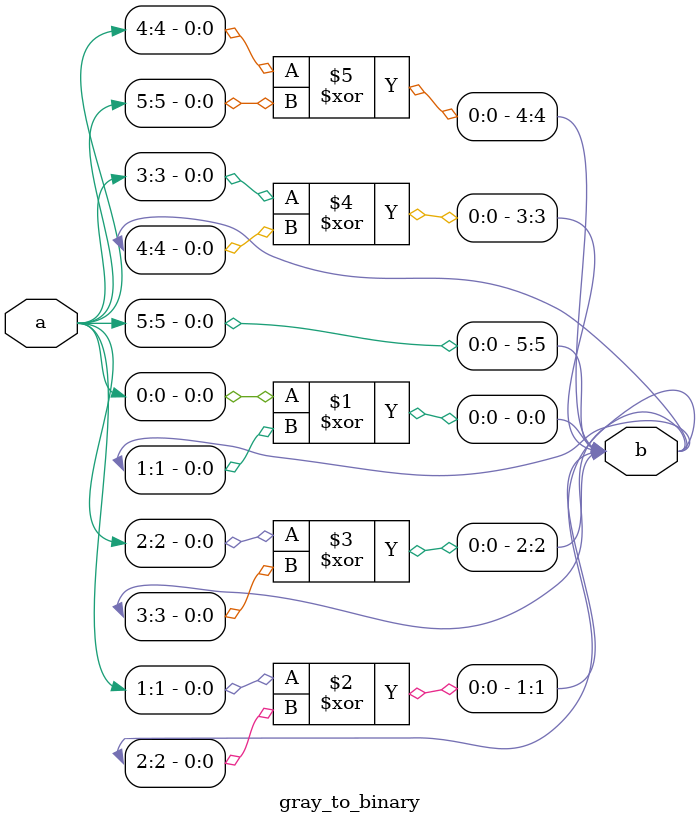
<source format=v>
`timescale 1ns / 1ps


module gray_to_binary #(parameter size =6)(a,b);
input wire [size-1:0]a;
output wire [size-1:0]b;
genvar g;
assign b[size-1]=a[size-1];
 generate
  for(g=0;g<size-1;g=g+1)
   begin
   assign b[g]=a[g]^b[g+1];
   end  
 endgenerate 
    
   endmodule

</source>
